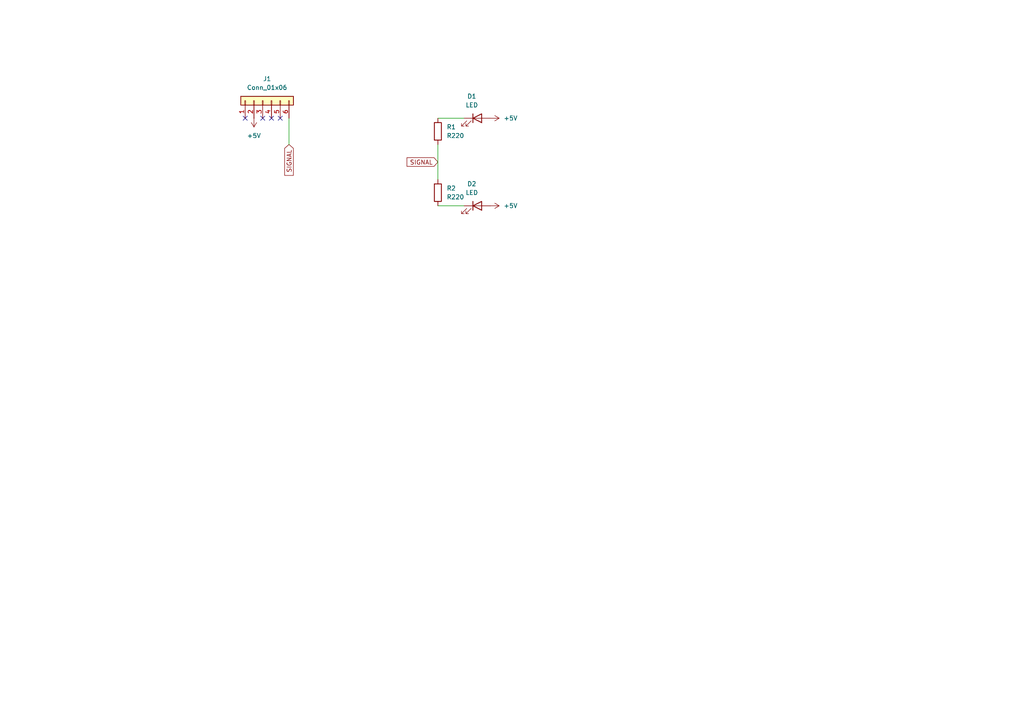
<source format=kicad_sch>
(kicad_sch (version 20231120) (generator "eeschema") (generator_version "8.0")
  (paper "A4")
  (lib_symbols
    (symbol "Connector_Generic:Conn_01x06" (pin_names (offset 1.016) hide)
      (property "Reference" "J" (at 0 7.62 0))
      (property "Value" "Conn_01x06" (at 0 -10.16 0))
      (symbol "Conn_01x06_1_1"
        (rectangle (start -1.27 -7.493) (end 0 -7.747) (stroke (width 0.1524)))
        (rectangle (start -1.27 -4.953) (end 0 -5.207) (stroke (width 0.1524)))
        (rectangle (start -1.27 -2.413) (end 0 -2.667) (stroke (width 0.1524)))
        (rectangle (start -1.27 0.127) (end 0 -0.127) (stroke (width 0.1524)))
        (rectangle (start -1.27 2.667) (end 0 2.413) (stroke (width 0.1524)))
        (rectangle (start -1.27 5.207) (end 0 4.953) (stroke (width 0.1524)))
        (rectangle (start -1.27 6.35) (end 1.27 -8.89) (stroke (width 0.254)) (fill (type background)))
        (pin passive line (at -5.08 5.08 0) (length 3.81) (name "Pin_1") (number "1"))
        (pin passive line (at -5.08 2.54 0) (length 3.81) (name "Pin_2") (number "2"))
        (pin passive line (at -5.08 0 0) (length 3.81) (name "Pin_3") (number "3"))
        (pin passive line (at -5.08 -2.54 0) (length 3.81) (name "Pin_4") (number "4"))
        (pin passive line (at -5.08 -5.08 0) (length 3.81) (name "Pin_5") (number "5"))
        (pin passive line (at -5.08 -7.62 0) (length 3.81) (name "Pin_6") (number "6"))
      )
    )
    (symbol "Device:LED" (pin_numbers hide) (pin_names (offset 1.016) hide)
      (property "Reference" "D" (at 0 2.54 0))
      (property "Value" "LED" (at 0 -2.54 0))
      (symbol "LED_0_1"
        (polyline (pts (xy -1.27 -1.27) (xy -1.27 1.27)) (stroke (width 0.254)))
        (polyline (pts (xy -1.27 0) (xy 1.27 0)))
        (polyline (pts (xy 1.27 -1.27) (xy 1.27 1.27) (xy -1.27 0) (xy 1.27 -1.27)) (stroke (width 0.254)))
        (polyline (pts (xy -3.048 -0.762) (xy -4.572 -2.286) (xy -3.81 -2.286) (xy -4.572 -2.286) (xy -4.572 -1.524)))
        (polyline (pts (xy -1.778 -0.762) (xy -3.302 -2.286) (xy -2.54 -2.286) (xy -3.302 -2.286) (xy -3.302 -1.524)))
      )
      (symbol "LED_1_1"
        (pin passive line (at -3.81 0 0) (length 2.54) (name "K") (number "1"))
        (pin passive line (at 3.81 0 180) (length 2.54) (name "A") (number "2"))
      )
    )
    (symbol "Device:R" (pin_numbers hide) (pin_names (offset 0))
      (property "Reference" "R" (at 2.032 0 90))
      (property "Value" "R" (at 0 0 90))
      (symbol "R_0_1"
        (rectangle (start -1.016 -2.54) (end 1.016 2.54) (stroke (width 0.254)))
      )
      (symbol "R_1_1"
        (pin passive line (at 0 3.81 270) (length 1.27) (name "~") (number "1"))
        (pin passive line (at 0 -3.81 90) (length 1.27) (name "~") (number "2"))
      )
    )
    (symbol "power:+5V" (power) (pin_numbers hide) (pin_names (offset 0) hide)
      (property "Value" "+5V" (at 0 3.556 0))
      (symbol "+5V_0_1"
        (polyline (pts (xy -0.762 1.27) (xy 0 2.54)))
        (polyline (pts (xy 0 0) (xy 0 2.54)))
        (polyline (pts (xy 0 2.54) (xy 0.762 1.27)))
      )
      (symbol "+5V_1_1"
        (pin power_in line (at 0 0 90) (length 0) (name "~") (number "1"))
      )
    )
  )
  (no_connect (at 71.12 34.29))
  (no_connect (at 76.2 34.29))
  (no_connect (at 81.28 34.29))
  (no_connect (at 78.74 34.29))
  (wire (pts (xy 83.82 41.91) (xy 83.82 34.29)))
  (wire (pts (xy 127 41.91) (xy 127 52.07)))
  (wire (pts (xy 127 59.69) (xy 134.62 59.69)))
  (wire (pts (xy 127 34.29) (xy 134.62 34.29)))
  (global_label "SIGNAL" (shape input) (at 127 46.99 180) (property "Intersheetrefs" "${INTERSHEET_REFS}" (effects (hide yes))))
  (global_label "SIGNAL" (shape input) (at 83.82 41.91 270) (property "Intersheetrefs" "${INTERSHEET_REFS}" (effects (hide yes))))
  (symbol (lib_id "Device:R") (at 127 55.88 0) (unit 1)
    (property "Reference" "R2" (at 129.54 54.6099 0) (effects (justify left)))
    (property "Value" "R220" (at 129.54 57.1499 0) (effects (justify left)))
    (property "Footprint" "Resistor_SMD:R_0603_1608Metric_Pad0.98x0.95mm_HandSolder" (effects (hide yes)))
    (property "Description" "Resistor" (effects (hide yes)))
  )
  (symbol (lib_id "Connector_Generic:Conn_01x06") (at 76.2 29.21 90) (unit 1)
    (property "Reference" "J1" (at 77.47 22.86 90))
    (property "Value" "Conn_01x06" (at 77.47 25.4 90))
    (property "Footprint" "Connector_PinHeader_2.54mm:PinHeader_1x06_P2.54mm_Vertical" (effects (hide yes)))
    (property "Description" "Generic connector, single row, 01x06, script generated (kicad-library-utils/schlib/autogen/connector/)" (effects (hide yes)))
  )
  (symbol (lib_id "Device:LED") (at 138.43 59.69 0) (unit 1)
    (property "Reference" "D2" (at 136.8425 53.34 0))
    (property "Value" "LED" (at 136.8425 55.88 0))
    (property "Footprint" "LED_THT:LED_D3.0mm" (effects (hide yes)))
    (property "Description" "Light emitting diode" (effects (hide yes)))
  )
  (symbol (lib_id "power:+5V") (at 73.66 34.29 180) (unit 1)
    (property "Reference" "#PWR01" (effects (hide yes)))
    (property "Value" "+5V" (at 73.66 39.37 0))
    (property "Description" "Power symbol creates a global label with name \"+5V\"" (effects (hide yes)))
  )
  (symbol (lib_id "Device:LED") (at 138.43 34.29 0) (unit 1)
    (property "Reference" "D1" (at 136.8425 27.94 0))
    (property "Value" "LED" (at 136.8425 30.48 0))
    (property "Footprint" "LED_THT:LED_D3.0mm" (effects (hide yes)))
    (property "Description" "Light emitting diode" (effects (hide yes)))
  )
  (symbol (lib_id "power:+5V") (at 142.24 34.29 270) (unit 1)
    (property "Reference" "#PWR02" (effects (hide yes)))
    (property "Value" "+5V" (at 146.05 34.2899 90) (effects (justify left)))
    (property "Description" "Power symbol creates a global label with name \"+5V\"" (effects (hide yes)))
  )
  (symbol (lib_id "power:+5V") (at 142.24 59.69 270) (unit 1)
    (property "Reference" "#PWR03" (effects (hide yes)))
    (property "Value" "+5V" (at 146.05 59.6899 90) (effects (justify left)))
    (property "Description" "Power symbol creates a global label with name \"+5V\"" (effects (hide yes)))
  )
  (symbol (lib_id "Device:R") (at 127 38.1 0) (unit 1)
    (property "Reference" "R1" (at 129.54 36.8299 0) (effects (justify left)))
    (property "Value" "R220" (at 129.54 39.3699 0) (effects (justify left)))
    (property "Footprint" "Resistor_SMD:R_0603_1608Metric_Pad0.98x0.95mm_HandSolder" (effects (hide yes)))
    (property "Description" "Resistor" (effects (hide yes)))
  )
)
</source>
